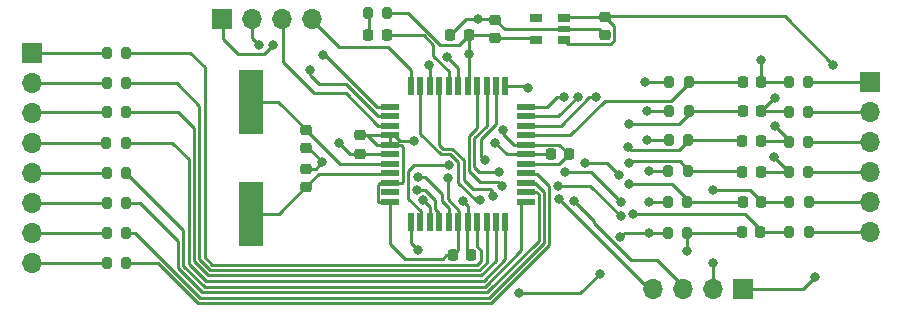
<source format=gtl>
G04 #@! TF.GenerationSoftware,KiCad,Pcbnew,6.0.2+dfsg-1~bpo11+1*
G04 #@! TF.CreationDate,2022-09-15T10:15:18-04:00*
G04 #@! TF.ProjectId,at42qt148_captouch,61743432-7174-4313-9438-5f636170746f,rev?*
G04 #@! TF.SameCoordinates,Original*
G04 #@! TF.FileFunction,Copper,L1,Top*
G04 #@! TF.FilePolarity,Positive*
%FSLAX46Y46*%
G04 Gerber Fmt 4.6, Leading zero omitted, Abs format (unit mm)*
G04 Created by KiCad (PCBNEW 6.0.2+dfsg-1~bpo11+1) date 2022-09-15 10:15:18*
%MOMM*%
%LPD*%
G01*
G04 APERTURE LIST*
G04 Aperture macros list*
%AMRoundRect*
0 Rectangle with rounded corners*
0 $1 Rounding radius*
0 $2 $3 $4 $5 $6 $7 $8 $9 X,Y pos of 4 corners*
0 Add a 4 corners polygon primitive as box body*
4,1,4,$2,$3,$4,$5,$6,$7,$8,$9,$2,$3,0*
0 Add four circle primitives for the rounded corners*
1,1,$1+$1,$2,$3*
1,1,$1+$1,$4,$5*
1,1,$1+$1,$6,$7*
1,1,$1+$1,$8,$9*
0 Add four rect primitives between the rounded corners*
20,1,$1+$1,$2,$3,$4,$5,0*
20,1,$1+$1,$4,$5,$6,$7,0*
20,1,$1+$1,$6,$7,$8,$9,0*
20,1,$1+$1,$8,$9,$2,$3,0*%
G04 Aperture macros list end*
G04 #@! TA.AperFunction,SMDPad,CuDef*
%ADD10RoundRect,0.200000X0.200000X0.275000X-0.200000X0.275000X-0.200000X-0.275000X0.200000X-0.275000X0*%
G04 #@! TD*
G04 #@! TA.AperFunction,SMDPad,CuDef*
%ADD11RoundRect,0.200000X-0.200000X-0.275000X0.200000X-0.275000X0.200000X0.275000X-0.200000X0.275000X0*%
G04 #@! TD*
G04 #@! TA.AperFunction,SMDPad,CuDef*
%ADD12RoundRect,0.225000X0.250000X-0.225000X0.250000X0.225000X-0.250000X0.225000X-0.250000X-0.225000X0*%
G04 #@! TD*
G04 #@! TA.AperFunction,SMDPad,CuDef*
%ADD13RoundRect,0.225000X-0.225000X-0.250000X0.225000X-0.250000X0.225000X0.250000X-0.225000X0.250000X0*%
G04 #@! TD*
G04 #@! TA.AperFunction,SMDPad,CuDef*
%ADD14RoundRect,0.218750X0.218750X0.256250X-0.218750X0.256250X-0.218750X-0.256250X0.218750X-0.256250X0*%
G04 #@! TD*
G04 #@! TA.AperFunction,SMDPad,CuDef*
%ADD15RoundRect,0.225000X0.225000X0.250000X-0.225000X0.250000X-0.225000X-0.250000X0.225000X-0.250000X0*%
G04 #@! TD*
G04 #@! TA.AperFunction,SMDPad,CuDef*
%ADD16RoundRect,0.225000X-0.250000X0.225000X-0.250000X-0.225000X0.250000X-0.225000X0.250000X0.225000X0*%
G04 #@! TD*
G04 #@! TA.AperFunction,ComponentPad*
%ADD17R,1.700000X1.700000*%
G04 #@! TD*
G04 #@! TA.AperFunction,ComponentPad*
%ADD18O,1.700000X1.700000*%
G04 #@! TD*
G04 #@! TA.AperFunction,SMDPad,CuDef*
%ADD19R,1.000000X0.800000*%
G04 #@! TD*
G04 #@! TA.AperFunction,SMDPad,CuDef*
%ADD20R,1.000000X0.600000*%
G04 #@! TD*
G04 #@! TA.AperFunction,SMDPad,CuDef*
%ADD21R,2.000000X5.500000*%
G04 #@! TD*
G04 #@! TA.AperFunction,SMDPad,CuDef*
%ADD22R,1.500000X0.600000*%
G04 #@! TD*
G04 #@! TA.AperFunction,SMDPad,CuDef*
%ADD23R,0.600000X1.500000*%
G04 #@! TD*
G04 #@! TA.AperFunction,ViaPad*
%ADD24C,0.800000*%
G04 #@! TD*
G04 #@! TA.AperFunction,Conductor*
%ADD25C,0.250000*%
G04 #@! TD*
G04 APERTURE END LIST*
D10*
X164200000Y-101875000D03*
X162550000Y-101875000D03*
D11*
X137175000Y-83250000D03*
X138825000Y-83250000D03*
D12*
X147950000Y-85400000D03*
X147950000Y-83850000D03*
D10*
X116700000Y-91700000D03*
X115050000Y-91700000D03*
X116725000Y-101900000D03*
X115075000Y-101900000D03*
X164250000Y-96650000D03*
X162600000Y-96650000D03*
D13*
X168900000Y-91625000D03*
X170450000Y-91625000D03*
D14*
X138787500Y-85175000D03*
X137212500Y-85175000D03*
D10*
X164225000Y-99275000D03*
X162575000Y-99275000D03*
D11*
X172800000Y-91650000D03*
X174450000Y-91650000D03*
D12*
X131950000Y-98025000D03*
X131950000Y-96475000D03*
D15*
X154200000Y-95250000D03*
X152650000Y-95250000D03*
D10*
X164300000Y-94075000D03*
X162650000Y-94075000D03*
X116700000Y-96850000D03*
X115050000Y-96850000D03*
D13*
X168925000Y-89100000D03*
X170475000Y-89100000D03*
X168875000Y-96725000D03*
X170425000Y-96725000D03*
D10*
X116725000Y-99350000D03*
X115075000Y-99350000D03*
D16*
X157250000Y-83600000D03*
X157250000Y-85150000D03*
D13*
X144150000Y-85175000D03*
X145700000Y-85175000D03*
D16*
X136475000Y-93650000D03*
X136475000Y-95200000D03*
D11*
X172875000Y-101825000D03*
X174525000Y-101825000D03*
X172825000Y-96750000D03*
X174475000Y-96750000D03*
D17*
X108700000Y-86645000D03*
D18*
X108700000Y-89185000D03*
X108700000Y-91725000D03*
X108700000Y-94265000D03*
X108700000Y-96805000D03*
X108700000Y-99345000D03*
X108700000Y-101885000D03*
X108700000Y-104425000D03*
D11*
X172800000Y-89125000D03*
X174450000Y-89125000D03*
D13*
X144375000Y-103800000D03*
X145925000Y-103800000D03*
D19*
X153800000Y-85575000D03*
D20*
X153800000Y-84625000D03*
D19*
X153800000Y-83675000D03*
X151400000Y-83675000D03*
X151400000Y-85575000D03*
D10*
X116700000Y-89200000D03*
X115050000Y-89200000D03*
X116700000Y-86650000D03*
X115050000Y-86650000D03*
X164350000Y-89100000D03*
X162700000Y-89100000D03*
D13*
X168900000Y-99300000D03*
X170450000Y-99300000D03*
D17*
X179725000Y-89125000D03*
D18*
X179725000Y-91665000D03*
X179725000Y-94205000D03*
X179725000Y-96745000D03*
X179725000Y-99285000D03*
X179725000Y-101825000D03*
D17*
X168900000Y-106680000D03*
D18*
X166360000Y-106680000D03*
X163820000Y-106680000D03*
X161280000Y-106680000D03*
D17*
X124850000Y-83820000D03*
D18*
X127390000Y-83820000D03*
X129930000Y-83820000D03*
X132470000Y-83820000D03*
D11*
X172850000Y-99325000D03*
X174500000Y-99325000D03*
D10*
X116725000Y-104425000D03*
X115075000Y-104425000D03*
D13*
X168825000Y-101850000D03*
X170375000Y-101850000D03*
D16*
X131950000Y-93200000D03*
X131950000Y-94750000D03*
D21*
X127275000Y-100300000D03*
X127275000Y-90800000D03*
D13*
X168875000Y-94125000D03*
X170425000Y-94125000D03*
D10*
X164350000Y-91600000D03*
X162700000Y-91600000D03*
D11*
X172825000Y-94175000D03*
X174475000Y-94175000D03*
D22*
X139075000Y-91250000D03*
X139075000Y-92050000D03*
X139075000Y-92850000D03*
X139075000Y-93650000D03*
X139075000Y-94450000D03*
X139075000Y-95250000D03*
X139075000Y-96050000D03*
X139075000Y-96850000D03*
X139075000Y-97650000D03*
X139075000Y-98450000D03*
X139075000Y-99250000D03*
D23*
X140825000Y-101000000D03*
X141625000Y-101000000D03*
X142425000Y-101000000D03*
X143225000Y-101000000D03*
X144025000Y-101000000D03*
X144825000Y-101000000D03*
X145625000Y-101000000D03*
X146425000Y-101000000D03*
X147225000Y-101000000D03*
X148025000Y-101000000D03*
X148825000Y-101000000D03*
D22*
X150575000Y-99250000D03*
X150575000Y-98450000D03*
X150575000Y-97650000D03*
X150575000Y-96850000D03*
X150575000Y-96050000D03*
X150575000Y-95250000D03*
X150575000Y-94450000D03*
X150575000Y-93650000D03*
X150575000Y-92850000D03*
X150575000Y-92050000D03*
X150575000Y-91250000D03*
D23*
X148825000Y-89500000D03*
X148025000Y-89500000D03*
X147225000Y-89500000D03*
X146425000Y-89500000D03*
X145625000Y-89500000D03*
X144825000Y-89500000D03*
X144025000Y-89500000D03*
X143225000Y-89500000D03*
X142425000Y-89500000D03*
X141625000Y-89500000D03*
X140825000Y-89500000D03*
D10*
X116675000Y-94275000D03*
X115025000Y-94275000D03*
D24*
X155575489Y-95974511D03*
X153900000Y-96750000D03*
X158437500Y-96962500D03*
X158650000Y-99300000D03*
X158587693Y-100512307D03*
X153275000Y-97950000D03*
X154625000Y-99225000D03*
X153375000Y-99075000D03*
X147975000Y-94300000D03*
X148625000Y-93175000D03*
X143850000Y-87000000D03*
X141075000Y-94150000D03*
X145700000Y-86750000D03*
X176600000Y-87650000D03*
X175050000Y-105625000D03*
X143925000Y-97225000D03*
X145237500Y-99237500D03*
X141875000Y-99150000D03*
X141375000Y-98250000D03*
X141400000Y-97150000D03*
X146650000Y-99125000D03*
X159250000Y-92650000D03*
X159200000Y-94625000D03*
X159325000Y-95950000D03*
X156525000Y-90425000D03*
X154950000Y-90375000D03*
X153750000Y-90375000D03*
X171600000Y-95475000D03*
X171650000Y-92850000D03*
X166400000Y-98250000D03*
X150700000Y-89625000D03*
X159275000Y-97800000D03*
X164200000Y-103425000D03*
X159650000Y-100300000D03*
X171625000Y-90475000D03*
X170450000Y-87250000D03*
X147100000Y-95775000D03*
X148300000Y-96750000D03*
X148550000Y-97950000D03*
X147775000Y-98825000D03*
X144050000Y-96200000D03*
X142325000Y-87700000D03*
X150000000Y-107025000D03*
X156800000Y-105350000D03*
X158525000Y-102275000D03*
X166360000Y-104460000D03*
X141450000Y-103350000D03*
X160675000Y-89100000D03*
X160825000Y-91600000D03*
X160850000Y-94075000D03*
X160975000Y-96650000D03*
X160950000Y-99275000D03*
X160975000Y-101875000D03*
X134750000Y-94275000D03*
X133350000Y-86875000D03*
X129175000Y-85975000D03*
X127975000Y-86025000D03*
X132300000Y-88150000D03*
X146525000Y-83825000D03*
X133325000Y-95900000D03*
D25*
X155575489Y-95974511D02*
X157449511Y-95974511D01*
X157449511Y-95974511D02*
X158437500Y-96962500D01*
X153900000Y-96750000D02*
X156100000Y-96750000D01*
X156100000Y-96750000D02*
X158650000Y-99300000D01*
X153275000Y-97950000D02*
X156025386Y-97950000D01*
X156025386Y-97950000D02*
X158587693Y-100512307D01*
X153375000Y-99075000D02*
X160875000Y-106575000D01*
X160875000Y-106575000D02*
X161400000Y-106575000D01*
X154625000Y-99225000D02*
X156300000Y-100900000D01*
X156300000Y-100900000D02*
X156300000Y-101074614D01*
X150575000Y-95250000D02*
X148925000Y-95250000D01*
X148925000Y-95250000D02*
X147975000Y-94300000D01*
X150575000Y-94450000D02*
X149575000Y-94450000D01*
X148625000Y-93500000D02*
X148625000Y-93175000D01*
X149575000Y-94450000D02*
X148625000Y-93500000D01*
X144375000Y-103800000D02*
X143800000Y-103800000D01*
X143800000Y-103800000D02*
X143525489Y-104074511D01*
X143525489Y-104074511D02*
X140299511Y-104074511D01*
X140299511Y-104074511D02*
X139075000Y-102850000D01*
X139075000Y-102850000D02*
X139075000Y-99300000D01*
X144825000Y-87975000D02*
X143850000Y-87000000D01*
X144025000Y-89500000D02*
X144025000Y-88225000D01*
X142725000Y-86010718D02*
X141889282Y-85175000D01*
X144025000Y-88225000D02*
X142725000Y-86925000D01*
X142725000Y-86925000D02*
X142725000Y-86010718D01*
X141889282Y-85175000D02*
X138787500Y-85175000D01*
X144825000Y-89500000D02*
X144825000Y-87975000D01*
X141075000Y-94150000D02*
X139925000Y-94150000D01*
X139925000Y-94150000D02*
X139475000Y-93700000D01*
X145700000Y-86750000D02*
X145700000Y-89575000D01*
X176600000Y-87650000D02*
X172500000Y-83550000D01*
X172500000Y-83550000D02*
X157250000Y-83550000D01*
X168900000Y-106680000D02*
X173995000Y-106680000D01*
X173995000Y-106680000D02*
X175050000Y-105625000D01*
X142900000Y-99925489D02*
X143225000Y-100250489D01*
X142900000Y-99150386D02*
X142900000Y-99925489D01*
X143225000Y-100250489D02*
X143225000Y-100850000D01*
X141400000Y-97150000D02*
X141975000Y-97150000D01*
X141975000Y-97150000D02*
X143475480Y-98650480D01*
X143475480Y-98650480D02*
X143475480Y-99236198D01*
X143475480Y-99236198D02*
X144025000Y-99785718D01*
X144025000Y-99785718D02*
X144025000Y-100625000D01*
X141375000Y-98250000D02*
X141999614Y-98250000D01*
X141999614Y-98250000D02*
X142900000Y-99150386D01*
X141875000Y-99150000D02*
X142425000Y-99700000D01*
X142425000Y-99700000D02*
X142425000Y-100850000D01*
X143925000Y-97225000D02*
X143925000Y-99050000D01*
X143925000Y-99050000D02*
X144900000Y-100025000D01*
X144900000Y-100025000D02*
X144900000Y-100775000D01*
X144050000Y-96200000D02*
X141050000Y-96200000D01*
X141050000Y-96200000D02*
X140599031Y-96650969D01*
X140599031Y-96650969D02*
X140599031Y-98999031D01*
X140599031Y-98999031D02*
X141675000Y-100075000D01*
X141675000Y-100075000D02*
X141675000Y-100875000D01*
X145625000Y-99625000D02*
X145237500Y-99237500D01*
X145625000Y-101000000D02*
X145625000Y-99625000D01*
X146650000Y-99125000D02*
X146300000Y-99125000D01*
X141625000Y-93500000D02*
X141625000Y-89500000D01*
X146300000Y-99125000D02*
X144825000Y-97650000D01*
X144825000Y-97650000D02*
X144825000Y-95925000D01*
X144150000Y-95250000D02*
X143375000Y-95250000D01*
X143375000Y-95250000D02*
X141625000Y-93500000D01*
X144825000Y-95925000D02*
X144150000Y-95250000D01*
X160700000Y-106650000D02*
X161250000Y-106650000D01*
X156300000Y-101074614D02*
X159425386Y-104200000D01*
X159425386Y-104200000D02*
X161675000Y-104200000D01*
X161675000Y-104200000D02*
X163900000Y-106425000D01*
X159424520Y-95850480D02*
X163575480Y-95850480D01*
X163575480Y-95850480D02*
X164375000Y-96650000D01*
X159325000Y-95950000D02*
X159424520Y-95850480D01*
X159449520Y-94874520D02*
X163500480Y-94874520D01*
X159200000Y-94625000D02*
X159449520Y-94874520D01*
X163500480Y-94874520D02*
X164350000Y-94025000D01*
X159250000Y-92650000D02*
X163550000Y-92650000D01*
X163550000Y-92650000D02*
X164475000Y-91725000D01*
X157249511Y-90725103D02*
X162849897Y-90725103D01*
X150575000Y-93650000D02*
X154324614Y-93650000D01*
X154324614Y-93650000D02*
X157249511Y-90725103D01*
X162849897Y-90725103D02*
X164400000Y-89175000D01*
X153499614Y-92850000D02*
X155924614Y-90425000D01*
X150575000Y-92850000D02*
X153499614Y-92850000D01*
X155924614Y-90425000D02*
X156525000Y-90425000D01*
X150575000Y-92050000D02*
X153275000Y-92050000D01*
X153275000Y-92050000D02*
X154950000Y-90375000D01*
X150575000Y-91250000D02*
X152350000Y-91250000D01*
X152350000Y-91250000D02*
X153225000Y-90375000D01*
X153225000Y-90375000D02*
X153750000Y-90375000D01*
X166400000Y-98250000D02*
X169525000Y-98250000D01*
X169525000Y-98250000D02*
X170500000Y-99225000D01*
X171600000Y-95475000D02*
X172775000Y-96650000D01*
X172775000Y-96650000D02*
X172775000Y-96750000D01*
X171650000Y-92850000D02*
X172925000Y-94125000D01*
X172925000Y-94125000D02*
X172925000Y-94225000D01*
X148825000Y-89500000D02*
X150575000Y-89500000D01*
X150575000Y-89500000D02*
X150700000Y-89625000D01*
X159275000Y-97800000D02*
X162950000Y-97800000D01*
X162950000Y-97800000D02*
X164300000Y-99150000D01*
X159650000Y-100300000D02*
X169125000Y-100300000D01*
X169125000Y-100300000D02*
X170575000Y-101750000D01*
X164200000Y-103425000D02*
X164200000Y-101875000D01*
X171625000Y-90475000D02*
X171525000Y-90475000D01*
X171525000Y-90475000D02*
X170450000Y-91550000D01*
X170450000Y-87250000D02*
X170450000Y-89050000D01*
X170450000Y-89050000D02*
X170500000Y-89100000D01*
X146798217Y-93923218D02*
X146798217Y-95473217D01*
X148025000Y-89500000D02*
X148025000Y-92696435D01*
X148025000Y-92696435D02*
X146798217Y-93923218D01*
X146798217Y-95473217D02*
X147100000Y-95775000D01*
X146575000Y-96750000D02*
X148300000Y-96750000D01*
X147225000Y-92860717D02*
X146173560Y-93912157D01*
X147225000Y-89500000D02*
X147225000Y-92860717D01*
X146173560Y-93912157D02*
X146173560Y-96348560D01*
X146173560Y-96348560D02*
X146575000Y-96750000D01*
X146675000Y-97575000D02*
X148175000Y-97575000D01*
X148175000Y-97575000D02*
X148550000Y-97950000D01*
X146425000Y-89500000D02*
X146425000Y-93025000D01*
X146425000Y-93025000D02*
X145724040Y-93725960D01*
X145724040Y-93725960D02*
X145724040Y-96624040D01*
X145724040Y-96624040D02*
X146675000Y-97575000D01*
X143225000Y-89500000D02*
X143225000Y-94464282D01*
X143225000Y-94464282D02*
X143560718Y-94800000D01*
X145274520Y-95738803D02*
X145274520Y-97425000D01*
X143560718Y-94800000D02*
X144335717Y-94800000D01*
X145274520Y-97425000D02*
X146049520Y-98200000D01*
X144335717Y-94800000D02*
X145274520Y-95738803D01*
X146049520Y-98200000D02*
X147550000Y-98200000D01*
X147550000Y-98200000D02*
X147775000Y-98425000D01*
X147775000Y-98425000D02*
X147775000Y-98825000D01*
X142425000Y-89500000D02*
X142425000Y-87800000D01*
X142425000Y-87800000D02*
X142325000Y-87700000D01*
X155125000Y-107025000D02*
X150000000Y-107025000D01*
X156800000Y-105350000D02*
X155125000Y-107025000D01*
X158925000Y-101875000D02*
X158525000Y-102275000D01*
X160975000Y-101875000D02*
X158925000Y-101875000D01*
X166360000Y-106680000D02*
X166360000Y-104460000D01*
X140825000Y-102725000D02*
X141450000Y-103350000D01*
X140825000Y-101000000D02*
X140825000Y-102725000D01*
X140149511Y-94625489D02*
X139974022Y-94450000D01*
X140149511Y-97575489D02*
X140149511Y-94625489D01*
X140075000Y-97650000D02*
X140149511Y-97575489D01*
X138175978Y-97650000D02*
X140075000Y-97650000D01*
X139974022Y-94450000D02*
X139125000Y-94450000D01*
X138000489Y-97825489D02*
X138175978Y-97650000D01*
X138000489Y-99175489D02*
X138000489Y-97825489D01*
X138075000Y-99250000D02*
X138000489Y-99175489D01*
X139075000Y-99250000D02*
X138075000Y-99250000D01*
X152548551Y-97924529D02*
X151524022Y-96900000D01*
X152548551Y-102926473D02*
X152548551Y-97924529D01*
X116725000Y-104425000D02*
X119374974Y-104425000D01*
X147626464Y-107848560D02*
X152548551Y-102926473D01*
X119374974Y-104425000D02*
X122798536Y-107848560D01*
X122798536Y-107848560D02*
X147626464Y-107848560D01*
X151524022Y-96900000D02*
X150275000Y-96900000D01*
X116725000Y-101900000D02*
X117485692Y-101900000D01*
X147440266Y-107399040D02*
X152099031Y-102740275D01*
X117485692Y-101900000D02*
X122984733Y-107399040D01*
X122984733Y-107399040D02*
X147440266Y-107399040D01*
X152099031Y-102740275D02*
X152099031Y-98424520D01*
X152099031Y-98424520D02*
X151324511Y-97650000D01*
X151324511Y-97650000D02*
X150600000Y-97650000D01*
X116725000Y-99350000D02*
X117875000Y-99350000D01*
X147254069Y-106949520D02*
X151649511Y-102554078D01*
X117875000Y-99350000D02*
X121102400Y-102577400D01*
X121102400Y-104880990D02*
X123170930Y-106949520D01*
X121102400Y-102577400D02*
X121102400Y-104880990D01*
X123170930Y-106949520D02*
X147254069Y-106949520D01*
X151649511Y-102554078D02*
X151649511Y-98625489D01*
X151649511Y-98625489D02*
X151449022Y-98425000D01*
X151449022Y-98425000D02*
X150525000Y-98425000D01*
X150175000Y-103392871D02*
X150175000Y-99400000D01*
X147067871Y-106500000D02*
X150175000Y-103392871D01*
X123357128Y-106500000D02*
X147067871Y-106500000D01*
X116700000Y-96850000D02*
X121551920Y-101701920D01*
X121551920Y-101701920D02*
X121551920Y-104694792D01*
X121551920Y-104694792D02*
X123357128Y-106500000D01*
X148800000Y-104132153D02*
X148800000Y-100975000D01*
X120625000Y-94275000D02*
X122001440Y-95651440D01*
X116675000Y-94275000D02*
X120625000Y-94275000D01*
X122001440Y-95651440D02*
X122001440Y-104508594D01*
X146983593Y-105948560D02*
X148800000Y-104132153D01*
X122001440Y-104508594D02*
X123441406Y-105948560D01*
X123441406Y-105948560D02*
X146983593Y-105948560D01*
X121125960Y-91700000D02*
X116700000Y-91700000D01*
X122450960Y-104322395D02*
X122450960Y-93025000D01*
X148025000Y-104271436D02*
X146797395Y-105499040D01*
X148025000Y-101000000D02*
X148025000Y-104271436D01*
X123627604Y-105499040D02*
X122450960Y-104322395D01*
X146797395Y-105499040D02*
X123627604Y-105499040D01*
X122450960Y-93025000D02*
X121125960Y-91700000D01*
X147225000Y-104435718D02*
X147225000Y-101025000D01*
X120975000Y-89200000D02*
X122900480Y-91125480D01*
X116700000Y-89200000D02*
X120975000Y-89200000D01*
X122900480Y-104136198D02*
X123813802Y-105049520D01*
X122900480Y-91125480D02*
X122900480Y-104136198D01*
X123813802Y-105049520D02*
X146611198Y-105049520D01*
X146611198Y-105049520D02*
X147225000Y-104435718D01*
X122125000Y-86650000D02*
X116725000Y-86650000D01*
X123350000Y-103950000D02*
X123350000Y-87875000D01*
X124000000Y-104600000D02*
X146425000Y-104600000D01*
X124000000Y-104600000D02*
X123350000Y-103950000D01*
X123350000Y-87875000D02*
X122125000Y-86650000D01*
X146425000Y-101000000D02*
X146425000Y-103047862D01*
X146425000Y-103047862D02*
X146775000Y-103397862D01*
X146775000Y-103397862D02*
X146775000Y-104250000D01*
X146775000Y-104250000D02*
X146425000Y-104600000D01*
X153400000Y-94450000D02*
X150525000Y-94450000D01*
X154200000Y-95250000D02*
X153400000Y-94450000D01*
X153400480Y-96049520D02*
X150599520Y-96049520D01*
X154200000Y-95250000D02*
X153400480Y-96049520D01*
X152650000Y-95250000D02*
X150525000Y-95250000D01*
X162550000Y-101875000D02*
X160975000Y-101875000D01*
X162575000Y-99275000D02*
X160950000Y-99275000D01*
X162600000Y-96650000D02*
X160975000Y-96650000D01*
X162650000Y-94075000D02*
X160850000Y-94075000D01*
X162700000Y-91600000D02*
X160825000Y-91600000D01*
X162700000Y-89100000D02*
X160675000Y-89100000D01*
X164200000Y-101875000D02*
X168850000Y-101875000D01*
X164225000Y-99275000D02*
X168875000Y-99275000D01*
X164250000Y-96650000D02*
X168825000Y-96650000D01*
X164300000Y-94075000D02*
X168875000Y-94075000D01*
X164350000Y-91600000D02*
X168850000Y-91600000D01*
X164350000Y-89100000D02*
X168925000Y-89100000D01*
X174525000Y-101825000D02*
X179675000Y-101825000D01*
X170375000Y-101850000D02*
X172825000Y-101850000D01*
X170450000Y-99300000D02*
X172900000Y-99300000D01*
X174500000Y-99325000D02*
X179525000Y-99325000D01*
X174475000Y-96750000D02*
X179675000Y-96750000D01*
X170425000Y-96725000D02*
X172825000Y-96725000D01*
X170425000Y-94125000D02*
X172825000Y-94125000D01*
X174475000Y-94175000D02*
X179650000Y-94175000D01*
X174450000Y-91650000D02*
X179825000Y-91650000D01*
X170450000Y-91625000D02*
X172775000Y-91625000D01*
X172800000Y-89125000D02*
X170425000Y-89125000D01*
X174450000Y-89125000D02*
X179825000Y-89125000D01*
X144800000Y-103375000D02*
X144800000Y-100825000D01*
X144375000Y-103800000D02*
X144800000Y-103375000D01*
X145600000Y-103475000D02*
X145600000Y-100975000D01*
X145925000Y-103800000D02*
X145600000Y-103475000D01*
X135675000Y-95200000D02*
X134750000Y-94275000D01*
X136475000Y-95200000D02*
X135675000Y-95200000D01*
X139075000Y-94450000D02*
X139075000Y-93725000D01*
X137950000Y-94500000D02*
X138925000Y-94500000D01*
X137100000Y-93650000D02*
X137950000Y-94500000D01*
X136475000Y-93650000D02*
X139125000Y-93650000D01*
X133535717Y-86875000D02*
X133350000Y-86875000D01*
X133535717Y-86875000D02*
X137910718Y-91250000D01*
X137910718Y-91250000D02*
X139075000Y-91250000D01*
X128400489Y-86749511D02*
X129175000Y-85975000D01*
X124875000Y-85475000D02*
X126149511Y-86749511D01*
X126149511Y-86749511D02*
X128400489Y-86749511D01*
X127390000Y-85440000D02*
X127975000Y-86025000D01*
X127390000Y-83820000D02*
X127390000Y-85440000D01*
X135325000Y-89300000D02*
X133075000Y-89300000D01*
X135325000Y-89300000D02*
X138075000Y-92050000D01*
X139075000Y-92050000D02*
X138075000Y-92050000D01*
X133075000Y-89300000D02*
X132300000Y-88525000D01*
X132300000Y-88525000D02*
X132300000Y-88150000D01*
X129950000Y-87400000D02*
X129950000Y-83900000D01*
X132650000Y-90100000D02*
X135325000Y-90100000D01*
X135325000Y-90100000D02*
X138075000Y-92850000D01*
X132650000Y-90100000D02*
X129950000Y-87400000D01*
X139075000Y-92850000D02*
X138075000Y-92850000D01*
X124875000Y-85475000D02*
X124875000Y-83750000D01*
X134750000Y-86175000D02*
X132500000Y-83925000D01*
X140825000Y-88150000D02*
X138850000Y-86175000D01*
X140825000Y-89500000D02*
X140825000Y-88150000D01*
X138850000Y-86175000D02*
X134750000Y-86175000D01*
X137250000Y-83325000D02*
X137250000Y-85175000D01*
X137175000Y-83250000D02*
X137250000Y-83325000D01*
X140600000Y-83250000D02*
X138900000Y-83250000D01*
X140600000Y-83250000D02*
X143324520Y-85974520D01*
X144900480Y-85974520D02*
X143324520Y-85974520D01*
X145700000Y-85175000D02*
X144900480Y-85974520D01*
X146525000Y-83825000D02*
X147875000Y-83825000D01*
X145500000Y-83825000D02*
X146525000Y-83825000D01*
X144150000Y-85175000D02*
X145500000Y-83825000D01*
X158050000Y-84425000D02*
X157225000Y-83600000D01*
X153800000Y-85575000D02*
X154149520Y-85924520D01*
X157727618Y-85924520D02*
X158050000Y-85602138D01*
X154149520Y-85924520D02*
X157727618Y-85924520D01*
X158050000Y-85602138D02*
X158050000Y-84425000D01*
X156775000Y-84625000D02*
X157275000Y-85125000D01*
X153800000Y-84625000D02*
X156775000Y-84625000D01*
X157250000Y-83600000D02*
X153875000Y-83600000D01*
X148750000Y-84625000D02*
X147975000Y-83850000D01*
X153800000Y-84625000D02*
X148750000Y-84625000D01*
X147950000Y-85400000D02*
X151200000Y-85400000D01*
X145700000Y-85175000D02*
X147700000Y-85175000D01*
X145700000Y-85175000D02*
X145700000Y-86750000D01*
X136475000Y-95200000D02*
X138925000Y-95200000D01*
X131950000Y-94750000D02*
X132175000Y-94750000D01*
X132175000Y-94750000D02*
X133325000Y-95900000D01*
X132750000Y-96475000D02*
X133325000Y-95900000D01*
X132725000Y-96475000D02*
X132750000Y-96475000D01*
X131950000Y-96475000D02*
X132725000Y-96475000D01*
X134825000Y-96075000D02*
X138950000Y-96075000D01*
X131950000Y-93200000D02*
X134825000Y-96075000D01*
X133025000Y-96900000D02*
X139100000Y-96900000D01*
X129625000Y-100300000D02*
X131950000Y-97975000D01*
X127275000Y-100300000D02*
X129625000Y-100300000D01*
X131950000Y-97975000D02*
X133025000Y-96900000D01*
X129575000Y-90800000D02*
X131900000Y-93125000D01*
X127275000Y-90800000D02*
X129575000Y-90800000D01*
X115075000Y-104425000D02*
X108725000Y-104425000D01*
X115075000Y-101900000D02*
X108750000Y-101900000D01*
X115075000Y-99350000D02*
X108775000Y-99350000D01*
X108775000Y-99350000D02*
X108750000Y-99375000D01*
X115050000Y-96850000D02*
X108750000Y-96850000D01*
X108750000Y-96850000D02*
X108725000Y-96825000D01*
X115025000Y-94275000D02*
X108850000Y-94275000D01*
X108850000Y-94275000D02*
X108825000Y-94250000D01*
X115050000Y-91700000D02*
X108875000Y-91700000D01*
X108875000Y-91700000D02*
X108850000Y-91675000D01*
X115050000Y-89200000D02*
X108900000Y-89200000D01*
X108900000Y-89200000D02*
X108850000Y-89250000D01*
X115050000Y-86650000D02*
X108725000Y-86650000D01*
M02*

</source>
